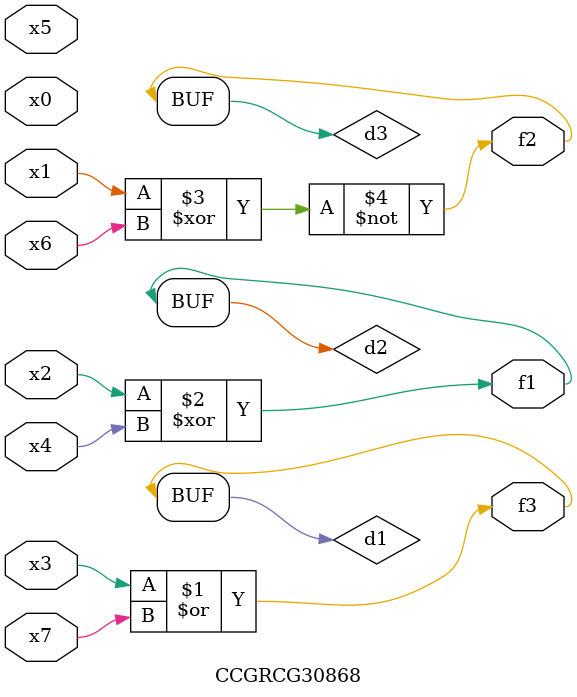
<source format=v>
module CCGRCG30868(
	input x0, x1, x2, x3, x4, x5, x6, x7,
	output f1, f2, f3
);

	wire d1, d2, d3;

	or (d1, x3, x7);
	xor (d2, x2, x4);
	xnor (d3, x1, x6);
	assign f1 = d2;
	assign f2 = d3;
	assign f3 = d1;
endmodule

</source>
